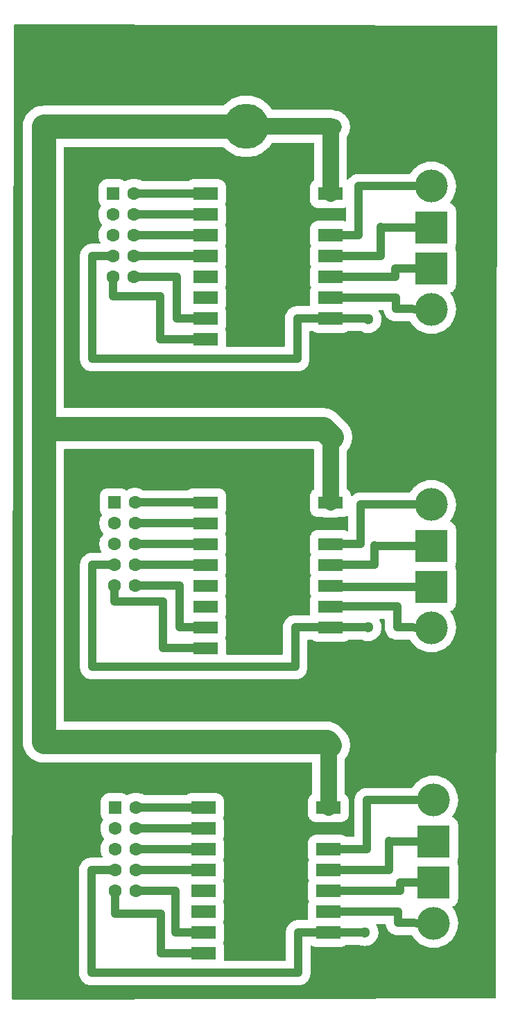
<source format=gbl>
G04 Layer: BottomLayer*
G04 EasyEDA v6.5.5, 2022-06-01 21:54:51*
G04 4b561e4e07bb45b19b9d071735fb3a1a,c96cdaf6a0e44fa3bb1e134f2b5c86cb,10*
G04 Gerber Generator version 0.2*
G04 Scale: 100 percent, Rotated: No, Reflected: No *
G04 Dimensions in millimeters *
G04 leading zeros omitted , absolute positions ,4 integer and 5 decimal *
%FSLAX45Y45*%
%MOMM*%

%ADD11C,1.3000*%
%ADD12C,5.4991*%
%ADD13C,1.5999*%
%ADD14R,1.5080X1.5080*%
%ADD16C,4.0000*%
%ADD17R,4.0000X4.0000*%
%ADD18C,1.5240*%
%ADD19C,2.0000*%
%ADD20C,1.0000*%
%ADD21C,3.0000*%

%LPD*%
G36*
X872947Y88036D02*
G01*
X869035Y88798D01*
X865733Y91033D01*
X863498Y94335D01*
X862736Y98196D01*
X887679Y11979503D01*
X888492Y11983415D01*
X890676Y11986717D01*
X893978Y11988901D01*
X897890Y11989663D01*
X6772656Y11977420D01*
X6776516Y11976658D01*
X6779818Y11974423D01*
X6782003Y11971121D01*
X6782765Y11967260D01*
X6770319Y110439D01*
X6769557Y106527D01*
X6767322Y103276D01*
X6764070Y101041D01*
X6760159Y100279D01*
G37*

%LPC*%
G36*
X1829104Y262229D02*
G01*
X4355795Y262229D01*
X4372965Y263194D01*
X4389577Y266039D01*
X4405782Y270713D01*
X4421378Y277164D01*
X4436160Y285343D01*
X4449927Y295097D01*
X4462526Y306324D01*
X4473752Y318922D01*
X4483506Y332689D01*
X4491685Y347472D01*
X4498136Y363067D01*
X4502810Y379272D01*
X4505655Y395884D01*
X4506620Y413054D01*
X4506620Y738733D01*
X4507534Y743000D01*
X4510176Y746455D01*
X4513986Y748538D01*
X4518355Y748792D01*
X4522419Y747217D01*
X4524146Y746048D01*
X4535932Y740206D01*
X4548378Y735990D01*
X4561281Y733399D01*
X4574743Y732536D01*
X4874056Y732536D01*
X4887518Y733399D01*
X4900422Y735990D01*
X4912868Y740206D01*
X4924653Y746048D01*
X4935575Y753313D01*
X4937506Y755040D01*
X4940604Y756869D01*
X4944211Y757529D01*
X5098084Y757529D01*
X5101793Y756869D01*
X5116931Y750925D01*
X5133898Y746302D01*
X5151323Y743508D01*
X5168900Y742543D01*
X5186476Y743508D01*
X5203901Y746302D01*
X5220868Y750925D01*
X5237276Y757326D01*
X5252923Y765454D01*
X5267604Y775208D01*
X5281168Y786434D01*
X5293461Y799084D01*
X5304332Y812901D01*
X5313680Y827836D01*
X5321350Y843686D01*
X5327345Y860298D01*
X5331510Y877366D01*
X5333847Y894842D01*
X5334355Y912469D01*
X5332933Y929995D01*
X5329682Y947318D01*
X5324602Y964184D01*
X5317744Y980440D01*
X5308854Y996442D01*
X5307584Y1000455D01*
X5308092Y1004620D01*
X5310225Y1008227D01*
X5313629Y1010666D01*
X5317693Y1011529D01*
X5416143Y1011529D01*
X5419648Y1010919D01*
X5422696Y1009142D01*
X5424982Y1006398D01*
X5426151Y1003046D01*
X5428488Y989330D01*
X5433110Y973124D01*
X5439511Y957478D01*
X5447639Y942695D01*
X5457342Y928878D01*
X5468518Y916279D01*
X5481066Y905002D01*
X5494832Y895197D01*
X5509564Y886968D01*
X5525160Y880465D01*
X5541314Y875741D01*
X5557977Y872845D01*
X5575096Y871829D01*
X5740908Y871321D01*
X5744260Y870712D01*
X5747207Y869086D01*
X5749493Y866597D01*
X5759805Y850239D01*
X5774334Y830884D01*
X5790387Y812800D01*
X5807811Y796036D01*
X5826556Y780745D01*
X5846470Y766978D01*
X5867450Y754888D01*
X5889294Y744524D01*
X5911951Y735939D01*
X5935167Y729183D01*
X5958890Y724357D01*
X5982919Y721410D01*
X6007100Y720445D01*
X6031280Y721410D01*
X6055309Y724357D01*
X6079032Y729183D01*
X6102248Y735939D01*
X6124905Y744524D01*
X6146749Y754888D01*
X6167729Y766978D01*
X6187643Y780745D01*
X6206388Y796036D01*
X6223812Y812800D01*
X6239865Y830884D01*
X6254394Y850239D01*
X6267348Y870712D01*
X6278575Y892149D01*
X6288074Y914400D01*
X6295745Y937361D01*
X6301536Y960831D01*
X6305397Y984707D01*
X6307378Y1008837D01*
X6307378Y1033068D01*
X6305397Y1057198D01*
X6301536Y1081074D01*
X6295745Y1104544D01*
X6288074Y1127506D01*
X6278575Y1149756D01*
X6267348Y1171194D01*
X6254394Y1191666D01*
X6239662Y1211224D01*
X6237681Y1214678D01*
X6237122Y1218590D01*
X6238138Y1222451D01*
X6240576Y1225600D01*
X6257340Y1233932D01*
X6268262Y1241247D01*
X6278168Y1249883D01*
X6286804Y1259789D01*
X6294120Y1270711D01*
X6299962Y1282496D01*
X6304178Y1294942D01*
X6306718Y1307846D01*
X6307632Y1321308D01*
X6307632Y1720596D01*
X6306718Y1734057D01*
X6304178Y1746961D01*
X6299962Y1759407D01*
X6296456Y1766468D01*
X6295542Y1769414D01*
X6295542Y1772513D01*
X6296456Y1775460D01*
X6299962Y1782521D01*
X6304178Y1794967D01*
X6306718Y1807819D01*
X6307632Y1821281D01*
X6307632Y2220620D01*
X6306718Y2234082D01*
X6304178Y2246934D01*
X6299962Y2259380D01*
X6294120Y2271217D01*
X6286804Y2282139D01*
X6278168Y2291994D01*
X6268262Y2300681D01*
X6257340Y2307996D01*
X6240576Y2316327D01*
X6238138Y2319477D01*
X6237122Y2323287D01*
X6237681Y2327249D01*
X6239865Y2330907D01*
X6254394Y2350262D01*
X6267348Y2370683D01*
X6278575Y2392121D01*
X6288074Y2414371D01*
X6295745Y2437333D01*
X6301536Y2460853D01*
X6305397Y2484729D01*
X6307378Y2508859D01*
X6307378Y2533040D01*
X6305397Y2557170D01*
X6301536Y2581046D01*
X6295745Y2604566D01*
X6288074Y2627528D01*
X6278575Y2649778D01*
X6267348Y2671216D01*
X6254394Y2691638D01*
X6239865Y2710992D01*
X6223812Y2729128D01*
X6206388Y2745892D01*
X6187643Y2761183D01*
X6167729Y2774950D01*
X6146749Y2787040D01*
X6124905Y2797403D01*
X6102248Y2805988D01*
X6079032Y2812694D01*
X6055309Y2817571D01*
X6031280Y2820466D01*
X6007100Y2821432D01*
X5982919Y2820466D01*
X5958890Y2817571D01*
X5935167Y2812694D01*
X5911951Y2805988D01*
X5889294Y2797403D01*
X5867450Y2787040D01*
X5846470Y2774950D01*
X5826556Y2761183D01*
X5807811Y2745892D01*
X5790387Y2729128D01*
X5774334Y2710992D01*
X5759805Y2691638D01*
X5750001Y2676194D01*
X5747766Y2673654D01*
X5744768Y2672029D01*
X5741416Y2671470D01*
X5194604Y2671470D01*
X5177434Y2670505D01*
X5160822Y2667660D01*
X5144617Y2662986D01*
X5129022Y2656535D01*
X5114239Y2648356D01*
X5100472Y2638602D01*
X5087874Y2627376D01*
X5076647Y2614777D01*
X5066893Y2601010D01*
X5058714Y2586228D01*
X5052263Y2570632D01*
X5047589Y2554427D01*
X5044744Y2537815D01*
X5043779Y2520645D01*
X5043779Y2084730D01*
X5043017Y2080818D01*
X5040833Y2077516D01*
X5037531Y2075332D01*
X5033619Y2074570D01*
X4944211Y2074570D01*
X4940604Y2075230D01*
X4937506Y2077059D01*
X4935575Y2078786D01*
X4924653Y2086051D01*
X4912868Y2091893D01*
X4900422Y2096109D01*
X4887518Y2098700D01*
X4874056Y2099564D01*
X4574743Y2099564D01*
X4561281Y2098700D01*
X4548378Y2096109D01*
X4535932Y2091893D01*
X4524146Y2086051D01*
X4513224Y2078786D01*
X4503369Y2070100D01*
X4494682Y2060244D01*
X4487367Y2049272D01*
X4481576Y2037486D01*
X4477359Y2025040D01*
X4474768Y2012188D01*
X4473905Y1998725D01*
X4473905Y1849374D01*
X4474768Y1835912D01*
X4477359Y1823059D01*
X4481576Y1810613D01*
X4486046Y1801520D01*
X4486960Y1798574D01*
X4486960Y1795525D01*
X4486046Y1792579D01*
X4481576Y1783486D01*
X4477359Y1771040D01*
X4474768Y1758188D01*
X4473905Y1744725D01*
X4473905Y1595374D01*
X4474768Y1581912D01*
X4477359Y1569059D01*
X4481576Y1556613D01*
X4486046Y1547520D01*
X4486960Y1544574D01*
X4486960Y1541526D01*
X4486046Y1538579D01*
X4481576Y1529486D01*
X4477359Y1517040D01*
X4474768Y1504188D01*
X4473905Y1490726D01*
X4473905Y1341374D01*
X4474768Y1327912D01*
X4477359Y1315059D01*
X4481576Y1302613D01*
X4486046Y1293520D01*
X4486960Y1290574D01*
X4486960Y1287526D01*
X4486046Y1284579D01*
X4481576Y1275486D01*
X4477359Y1263040D01*
X4474768Y1250188D01*
X4473905Y1236726D01*
X4473905Y1087374D01*
X4474768Y1073912D01*
X4475429Y1070711D01*
X4475327Y1066241D01*
X4473295Y1062278D01*
X4469790Y1059535D01*
X4465472Y1058570D01*
X4356404Y1058570D01*
X4339234Y1057605D01*
X4322622Y1054760D01*
X4306417Y1050086D01*
X4290822Y1043635D01*
X4276039Y1035456D01*
X4262272Y1025702D01*
X4249674Y1014476D01*
X4238447Y1001877D01*
X4228693Y988110D01*
X4220514Y973328D01*
X4214063Y957732D01*
X4209389Y941527D01*
X4206544Y924915D01*
X4205579Y907745D01*
X4205579Y573430D01*
X4204817Y569518D01*
X4202633Y566216D01*
X4199331Y564032D01*
X4195419Y563270D01*
X3460699Y563270D01*
X3456635Y564083D01*
X3453282Y566470D01*
X3451148Y569976D01*
X3450539Y574090D01*
X3450894Y579374D01*
X3450894Y728726D01*
X3450031Y742188D01*
X3447440Y755040D01*
X3443224Y767486D01*
X3438753Y776579D01*
X3437839Y779526D01*
X3437839Y782574D01*
X3438753Y785520D01*
X3443224Y794613D01*
X3447440Y807059D01*
X3450031Y819912D01*
X3450894Y833374D01*
X3450894Y982726D01*
X3450031Y996187D01*
X3447440Y1009040D01*
X3443224Y1021486D01*
X3438753Y1030579D01*
X3437839Y1033526D01*
X3437839Y1036574D01*
X3438753Y1039520D01*
X3443224Y1048613D01*
X3447440Y1061059D01*
X3450031Y1073912D01*
X3450894Y1087374D01*
X3450894Y1236726D01*
X3450031Y1250188D01*
X3447440Y1263040D01*
X3443224Y1275486D01*
X3438753Y1284579D01*
X3437839Y1287526D01*
X3437839Y1290574D01*
X3438753Y1293520D01*
X3443224Y1302613D01*
X3447440Y1315059D01*
X3450031Y1327912D01*
X3450894Y1341374D01*
X3450894Y1490726D01*
X3450031Y1504188D01*
X3447440Y1517040D01*
X3443224Y1529486D01*
X3438753Y1538579D01*
X3437839Y1541526D01*
X3437839Y1544574D01*
X3438753Y1547520D01*
X3443224Y1556613D01*
X3447440Y1569059D01*
X3450031Y1581912D01*
X3450894Y1595374D01*
X3450894Y1744725D01*
X3450031Y1758188D01*
X3447440Y1771040D01*
X3443224Y1783486D01*
X3438753Y1792579D01*
X3437839Y1795525D01*
X3437839Y1798574D01*
X3438753Y1801520D01*
X3443224Y1810613D01*
X3447440Y1823059D01*
X3450031Y1835912D01*
X3450894Y1849374D01*
X3450894Y1998725D01*
X3450031Y2012188D01*
X3447440Y2025040D01*
X3443224Y2037486D01*
X3438753Y2046579D01*
X3437839Y2049525D01*
X3437839Y2052574D01*
X3438753Y2055520D01*
X3443224Y2064613D01*
X3447440Y2077059D01*
X3450031Y2089912D01*
X3450894Y2103374D01*
X3450894Y2252726D01*
X3450031Y2266188D01*
X3447440Y2279040D01*
X3443224Y2291486D01*
X3438753Y2300579D01*
X3437839Y2303526D01*
X3437839Y2306574D01*
X3438753Y2309520D01*
X3443224Y2318613D01*
X3447440Y2331059D01*
X3450031Y2343912D01*
X3450894Y2357374D01*
X3450894Y2506726D01*
X3450031Y2520188D01*
X3447440Y2533040D01*
X3443224Y2545486D01*
X3437432Y2557272D01*
X3430117Y2568244D01*
X3421430Y2578100D01*
X3411575Y2586786D01*
X3400653Y2594051D01*
X3388868Y2599893D01*
X3376422Y2604109D01*
X3363518Y2606700D01*
X3350056Y2607564D01*
X3050743Y2607564D01*
X3037281Y2606700D01*
X3024378Y2604109D01*
X3011932Y2599893D01*
X3000146Y2594051D01*
X2989224Y2586786D01*
X2987294Y2585059D01*
X2984195Y2583230D01*
X2980588Y2582570D01*
X2477109Y2582570D01*
X2474264Y2582976D01*
X2471623Y2584145D01*
X2463800Y2589123D01*
X2447188Y2597454D01*
X2429814Y2604008D01*
X2411831Y2608732D01*
X2393442Y2611577D01*
X2374900Y2612542D01*
X2356358Y2611577D01*
X2337968Y2608732D01*
X2319985Y2604008D01*
X2302611Y2597454D01*
X2286000Y2589123D01*
X2274620Y2581859D01*
X2270556Y2580386D01*
X2266238Y2580741D01*
X2262428Y2582824D01*
X2257450Y2587193D01*
X2246528Y2594457D01*
X2234742Y2600299D01*
X2222296Y2604516D01*
X2209393Y2607056D01*
X2195982Y2607970D01*
X2045817Y2607970D01*
X2032406Y2607056D01*
X2019503Y2604516D01*
X2007057Y2600299D01*
X1995271Y2594457D01*
X1984349Y2587193D01*
X1974443Y2578506D01*
X1965756Y2568600D01*
X1958492Y2557678D01*
X1952650Y2545892D01*
X1948434Y2533446D01*
X1945893Y2520543D01*
X1944979Y2507132D01*
X1944979Y2356967D01*
X1945893Y2343556D01*
X1948434Y2330653D01*
X1952650Y2318207D01*
X1958492Y2306421D01*
X1965756Y2295499D01*
X1970176Y2290470D01*
X1972310Y2286609D01*
X1972564Y2282190D01*
X1970938Y2278075D01*
X1966163Y2270963D01*
X1957425Y2254554D01*
X1950415Y2237333D01*
X1945233Y2219502D01*
X1941880Y2201214D01*
X1940458Y2182672D01*
X1940966Y2164130D01*
X1943354Y2145690D01*
X1947621Y2127605D01*
X1953717Y2110028D01*
X1961591Y2093214D01*
X1971141Y2077313D01*
X1982317Y2062429D01*
X1986381Y2058009D01*
X1988362Y2054961D01*
X1989074Y2051354D01*
X1988515Y2047798D01*
X1986737Y2044598D01*
X1976526Y2032406D01*
X1966163Y2016963D01*
X1957425Y2000554D01*
X1950415Y1983333D01*
X1945233Y1965502D01*
X1941880Y1947214D01*
X1940458Y1928672D01*
X1940966Y1910130D01*
X1943354Y1891690D01*
X1947621Y1873605D01*
X1953717Y1856028D01*
X1961591Y1839214D01*
X1963572Y1835962D01*
X1964943Y1831898D01*
X1964537Y1827682D01*
X1962454Y1823974D01*
X1959000Y1821434D01*
X1954834Y1820570D01*
X1829104Y1820570D01*
X1811934Y1819605D01*
X1795322Y1816760D01*
X1779117Y1812086D01*
X1763522Y1805635D01*
X1748739Y1797456D01*
X1734972Y1787702D01*
X1722374Y1776475D01*
X1711147Y1763877D01*
X1701393Y1750110D01*
X1693214Y1735328D01*
X1686763Y1719732D01*
X1682089Y1703527D01*
X1679244Y1686915D01*
X1678279Y1669745D01*
X1678279Y413054D01*
X1679244Y395884D01*
X1682089Y379272D01*
X1686763Y363067D01*
X1693214Y347472D01*
X1701393Y332689D01*
X1711147Y318922D01*
X1722374Y306324D01*
X1734972Y295097D01*
X1748739Y285343D01*
X1763522Y277164D01*
X1779117Y270713D01*
X1795322Y266039D01*
X1811934Y263194D01*
G37*
G36*
X4724400Y2231542D02*
G01*
X4744059Y2232507D01*
X4763516Y2235403D01*
X4782616Y2240178D01*
X4801108Y2246833D01*
X4819548Y2255570D01*
X4823917Y2256536D01*
X4874056Y2256536D01*
X4887518Y2257399D01*
X4900422Y2259990D01*
X4912868Y2264206D01*
X4924653Y2270048D01*
X4935575Y2277313D01*
X4945430Y2286000D01*
X4954117Y2295855D01*
X4961432Y2306828D01*
X4967224Y2318613D01*
X4971440Y2331059D01*
X4974031Y2343912D01*
X4974894Y2357374D01*
X4974894Y2506726D01*
X4974031Y2520188D01*
X4971440Y2533040D01*
X4967224Y2545486D01*
X4961432Y2557272D01*
X4954117Y2568244D01*
X4945430Y2578100D01*
X4935575Y2586786D01*
X4929428Y2590901D01*
X4926990Y2593136D01*
X4925466Y2596083D01*
X4924907Y2599334D01*
X4924907Y3024632D01*
X4925618Y3028289D01*
X4927600Y3031490D01*
X4928971Y3033014D01*
X4942281Y3050387D01*
X4954016Y3068777D01*
X4964125Y3088182D01*
X4972507Y3108350D01*
X4979060Y3129229D01*
X4983784Y3150565D01*
X4986629Y3172206D01*
X4987594Y3194050D01*
X4986629Y3215894D01*
X4983784Y3237534D01*
X4979060Y3258870D01*
X4972507Y3279749D01*
X4964125Y3299917D01*
X4954016Y3319322D01*
X4942281Y3337712D01*
X4928971Y3355086D01*
X4914087Y3371342D01*
X4876292Y3409137D01*
X4860036Y3424021D01*
X4842662Y3437331D01*
X4824272Y3449065D01*
X4804867Y3459175D01*
X4784699Y3467557D01*
X4763820Y3474110D01*
X4742484Y3478834D01*
X4720844Y3481679D01*
X4698796Y3482644D01*
X1505254Y3482644D01*
X1501394Y3483406D01*
X1498092Y3485642D01*
X1495856Y3488944D01*
X1495094Y3492804D01*
X1495094Y6795719D01*
X1495856Y6799630D01*
X1498092Y6802932D01*
X1501394Y6805117D01*
X1505254Y6805879D01*
X4539132Y6805879D01*
X4543044Y6805117D01*
X4546295Y6802932D01*
X4548530Y6799630D01*
X4549292Y6795719D01*
X4549292Y6320434D01*
X4548733Y6317183D01*
X4547209Y6314236D01*
X4544771Y6312001D01*
X4538624Y6307886D01*
X4528769Y6299200D01*
X4520082Y6289344D01*
X4512767Y6278372D01*
X4506976Y6266586D01*
X4502759Y6254140D01*
X4500168Y6241288D01*
X4499305Y6227826D01*
X4499305Y6078474D01*
X4500168Y6065012D01*
X4502759Y6052159D01*
X4506976Y6039713D01*
X4512767Y6027928D01*
X4520082Y6016955D01*
X4528769Y6007100D01*
X4538624Y5998413D01*
X4549546Y5991148D01*
X4561332Y5985306D01*
X4573778Y5981090D01*
X4586681Y5978499D01*
X4600143Y5977636D01*
X4650282Y5977636D01*
X4654651Y5976670D01*
X4673092Y5967933D01*
X4691583Y5961278D01*
X4710684Y5956503D01*
X4730140Y5953607D01*
X4749800Y5952642D01*
X4769459Y5953607D01*
X4788916Y5956503D01*
X4808016Y5961278D01*
X4826508Y5967933D01*
X4844948Y5976670D01*
X4849317Y5977636D01*
X4899456Y5977636D01*
X4912918Y5978499D01*
X4925822Y5981090D01*
X4938268Y5985306D01*
X4950053Y5991148D01*
X4951780Y5992317D01*
X4955844Y5993892D01*
X4960213Y5993638D01*
X4964023Y5991555D01*
X4966665Y5988100D01*
X4967579Y5983833D01*
X4967579Y5814466D01*
X4966665Y5810199D01*
X4964023Y5806744D01*
X4960213Y5804662D01*
X4955844Y5804408D01*
X4951780Y5805982D01*
X4950053Y5807151D01*
X4938268Y5812993D01*
X4925822Y5817209D01*
X4912918Y5819800D01*
X4899456Y5820664D01*
X4600143Y5820664D01*
X4586681Y5819800D01*
X4573778Y5817209D01*
X4561332Y5812993D01*
X4549546Y5807151D01*
X4538624Y5799886D01*
X4528769Y5791200D01*
X4520082Y5781344D01*
X4512767Y5770372D01*
X4506976Y5758586D01*
X4502759Y5746140D01*
X4500168Y5733288D01*
X4499305Y5719826D01*
X4499305Y5570474D01*
X4500168Y5557012D01*
X4502759Y5544159D01*
X4506976Y5531713D01*
X4511446Y5522620D01*
X4512360Y5519674D01*
X4512360Y5516626D01*
X4511446Y5513679D01*
X4506976Y5504586D01*
X4502759Y5492140D01*
X4500168Y5479288D01*
X4499305Y5465826D01*
X4499305Y5316474D01*
X4500168Y5303012D01*
X4502759Y5290159D01*
X4506976Y5277713D01*
X4511446Y5268620D01*
X4512360Y5265674D01*
X4512360Y5262626D01*
X4511446Y5259679D01*
X4506976Y5250586D01*
X4502759Y5238140D01*
X4500168Y5225288D01*
X4499305Y5211826D01*
X4499305Y5062474D01*
X4500168Y5049012D01*
X4502759Y5036159D01*
X4506976Y5023713D01*
X4511446Y5014620D01*
X4512360Y5011674D01*
X4512360Y5008626D01*
X4511446Y5005679D01*
X4506976Y4996586D01*
X4502759Y4984140D01*
X4500168Y4971288D01*
X4499305Y4957826D01*
X4499305Y4808474D01*
X4500168Y4795012D01*
X4500829Y4791811D01*
X4500727Y4787341D01*
X4498695Y4783378D01*
X4495190Y4780635D01*
X4490872Y4779670D01*
X4318304Y4779670D01*
X4301134Y4778705D01*
X4284522Y4775860D01*
X4268317Y4771186D01*
X4252722Y4764735D01*
X4237939Y4756556D01*
X4224172Y4746802D01*
X4211574Y4735576D01*
X4200347Y4722977D01*
X4190593Y4709210D01*
X4182414Y4694428D01*
X4175963Y4678832D01*
X4171289Y4662627D01*
X4168444Y4646015D01*
X4167479Y4628845D01*
X4167479Y4307230D01*
X4166717Y4303318D01*
X4164533Y4300016D01*
X4161231Y4297832D01*
X4157319Y4297070D01*
X3486454Y4297070D01*
X3482594Y4297832D01*
X3479292Y4300016D01*
X3477056Y4303318D01*
X3476294Y4307230D01*
X3476294Y4449826D01*
X3475431Y4463288D01*
X3472840Y4476140D01*
X3468624Y4488586D01*
X3464153Y4497679D01*
X3463239Y4500626D01*
X3463239Y4503674D01*
X3464153Y4506620D01*
X3468624Y4515713D01*
X3472840Y4528159D01*
X3475431Y4541012D01*
X3476294Y4554474D01*
X3476294Y4703826D01*
X3475431Y4717288D01*
X3472840Y4730140D01*
X3468624Y4742586D01*
X3464153Y4751679D01*
X3463239Y4754626D01*
X3463239Y4757674D01*
X3464153Y4760620D01*
X3468624Y4769713D01*
X3472840Y4782159D01*
X3475431Y4795012D01*
X3476294Y4808474D01*
X3476294Y4957826D01*
X3475431Y4971288D01*
X3472840Y4984140D01*
X3468624Y4996586D01*
X3464153Y5005679D01*
X3463239Y5008626D01*
X3463239Y5011674D01*
X3464153Y5014620D01*
X3468624Y5023713D01*
X3472840Y5036159D01*
X3475431Y5049012D01*
X3476294Y5062474D01*
X3476294Y5211826D01*
X3475431Y5225288D01*
X3472840Y5238140D01*
X3468624Y5250586D01*
X3464153Y5259679D01*
X3463239Y5262626D01*
X3463239Y5265674D01*
X3464153Y5268620D01*
X3468624Y5277713D01*
X3472840Y5290159D01*
X3475431Y5303012D01*
X3476294Y5316474D01*
X3476294Y5465826D01*
X3475431Y5479288D01*
X3472840Y5492140D01*
X3468624Y5504586D01*
X3464153Y5513679D01*
X3463239Y5516626D01*
X3463239Y5519674D01*
X3464153Y5522620D01*
X3468624Y5531713D01*
X3472840Y5544159D01*
X3475431Y5557012D01*
X3476294Y5570474D01*
X3476294Y5719826D01*
X3475431Y5733288D01*
X3472840Y5746140D01*
X3468624Y5758586D01*
X3464153Y5767679D01*
X3463239Y5770626D01*
X3463239Y5773674D01*
X3464153Y5776620D01*
X3468624Y5785713D01*
X3472840Y5798159D01*
X3475431Y5811012D01*
X3476294Y5824474D01*
X3476294Y5973826D01*
X3475431Y5987288D01*
X3472840Y6000140D01*
X3468624Y6012586D01*
X3464153Y6021679D01*
X3463239Y6024626D01*
X3463239Y6027674D01*
X3464153Y6030620D01*
X3468624Y6039713D01*
X3472840Y6052159D01*
X3475431Y6065012D01*
X3476294Y6078474D01*
X3476294Y6227826D01*
X3475431Y6241288D01*
X3472840Y6254140D01*
X3468624Y6266586D01*
X3462832Y6278372D01*
X3455517Y6289344D01*
X3446830Y6299200D01*
X3436975Y6307886D01*
X3426053Y6315151D01*
X3414268Y6320993D01*
X3401822Y6325209D01*
X3388918Y6327800D01*
X3375456Y6328664D01*
X3076143Y6328664D01*
X3062681Y6327800D01*
X3049778Y6325209D01*
X3037332Y6320993D01*
X3025546Y6315151D01*
X3014624Y6307886D01*
X3012694Y6306159D01*
X3009595Y6304330D01*
X3005988Y6303670D01*
X2464409Y6303670D01*
X2461564Y6304076D01*
X2458923Y6305245D01*
X2451100Y6310223D01*
X2434488Y6318554D01*
X2417114Y6325108D01*
X2399131Y6329832D01*
X2380742Y6332677D01*
X2362200Y6333642D01*
X2343658Y6332677D01*
X2325268Y6329832D01*
X2307285Y6325108D01*
X2289911Y6318554D01*
X2273300Y6310223D01*
X2261920Y6302959D01*
X2257856Y6301486D01*
X2253538Y6301841D01*
X2249728Y6303924D01*
X2244750Y6308293D01*
X2233828Y6315557D01*
X2222042Y6321399D01*
X2209596Y6325616D01*
X2196693Y6328156D01*
X2183282Y6329070D01*
X2033117Y6329070D01*
X2019706Y6328156D01*
X2006803Y6325616D01*
X1994357Y6321399D01*
X1982571Y6315557D01*
X1971649Y6308293D01*
X1961743Y6299606D01*
X1953056Y6289700D01*
X1945792Y6278778D01*
X1939950Y6266992D01*
X1935734Y6254546D01*
X1933193Y6241643D01*
X1932279Y6228232D01*
X1932279Y6078067D01*
X1933193Y6064656D01*
X1935734Y6051753D01*
X1939950Y6039307D01*
X1945792Y6027521D01*
X1953056Y6016599D01*
X1957476Y6011570D01*
X1959610Y6007709D01*
X1959864Y6003290D01*
X1958238Y5999175D01*
X1953463Y5992063D01*
X1944725Y5975654D01*
X1937715Y5958433D01*
X1932533Y5940602D01*
X1929180Y5922314D01*
X1927758Y5903772D01*
X1928266Y5885230D01*
X1930654Y5866790D01*
X1934921Y5848705D01*
X1941017Y5831128D01*
X1948891Y5814314D01*
X1958441Y5798413D01*
X1969617Y5783529D01*
X1973681Y5779109D01*
X1975662Y5776061D01*
X1976374Y5772454D01*
X1975815Y5768898D01*
X1974037Y5765698D01*
X1963826Y5753506D01*
X1953463Y5738063D01*
X1944725Y5721654D01*
X1937715Y5704433D01*
X1932533Y5686602D01*
X1929180Y5668314D01*
X1927758Y5649772D01*
X1928266Y5631230D01*
X1930654Y5612790D01*
X1934921Y5594705D01*
X1941017Y5577128D01*
X1948891Y5560314D01*
X1950872Y5557062D01*
X1952243Y5552998D01*
X1951837Y5548782D01*
X1949754Y5545074D01*
X1946300Y5542534D01*
X1942134Y5541670D01*
X1841804Y5541670D01*
X1824634Y5540705D01*
X1808022Y5537860D01*
X1791817Y5533186D01*
X1776222Y5526735D01*
X1761439Y5518556D01*
X1747672Y5508802D01*
X1735074Y5497576D01*
X1723847Y5484977D01*
X1714093Y5471210D01*
X1705914Y5456428D01*
X1699463Y5440832D01*
X1694789Y5424627D01*
X1691944Y5408015D01*
X1690979Y5390845D01*
X1690979Y4146854D01*
X1691944Y4129684D01*
X1694789Y4113072D01*
X1699463Y4096867D01*
X1705914Y4081272D01*
X1714093Y4066489D01*
X1723847Y4052722D01*
X1735074Y4040124D01*
X1747672Y4028897D01*
X1761439Y4019143D01*
X1776222Y4010964D01*
X1791817Y4004513D01*
X1808022Y3999839D01*
X1824634Y3996994D01*
X1841804Y3996029D01*
X4317695Y3996029D01*
X4334865Y3996994D01*
X4351477Y3999839D01*
X4367682Y4004513D01*
X4383278Y4010964D01*
X4398060Y4019143D01*
X4411827Y4028897D01*
X4424426Y4040124D01*
X4435652Y4052722D01*
X4445406Y4066489D01*
X4453585Y4081272D01*
X4460036Y4096867D01*
X4464710Y4113072D01*
X4467555Y4129684D01*
X4468520Y4146854D01*
X4468520Y4468469D01*
X4469282Y4472381D01*
X4471466Y4475683D01*
X4474768Y4477867D01*
X4478680Y4478629D01*
X4529988Y4478629D01*
X4533595Y4477969D01*
X4536694Y4476140D01*
X4538624Y4474413D01*
X4549546Y4467148D01*
X4561332Y4461306D01*
X4573778Y4457090D01*
X4586681Y4454499D01*
X4600143Y4453636D01*
X4899456Y4453636D01*
X4912918Y4454499D01*
X4925822Y4457090D01*
X4938268Y4461306D01*
X4950053Y4467148D01*
X4960975Y4474413D01*
X4962906Y4476140D01*
X4966004Y4477969D01*
X4969611Y4478629D01*
X5136184Y4478629D01*
X5139893Y4477969D01*
X5155031Y4472025D01*
X5171998Y4467402D01*
X5189423Y4464608D01*
X5207000Y4463643D01*
X5224576Y4464608D01*
X5242001Y4467402D01*
X5258968Y4472025D01*
X5275376Y4478426D01*
X5291023Y4486554D01*
X5305704Y4496308D01*
X5319268Y4507534D01*
X5331561Y4520184D01*
X5342432Y4534001D01*
X5351780Y4548936D01*
X5359450Y4564786D01*
X5365445Y4581398D01*
X5369610Y4598466D01*
X5371947Y4615942D01*
X5372455Y4633569D01*
X5371033Y4651095D01*
X5367782Y4668418D01*
X5362702Y4685284D01*
X5355844Y4701540D01*
X5346954Y4717542D01*
X5345684Y4721555D01*
X5346192Y4725720D01*
X5348325Y4729327D01*
X5351729Y4731766D01*
X5355793Y4732629D01*
X5401919Y4732629D01*
X5405831Y4731867D01*
X5409133Y4729683D01*
X5411317Y4726381D01*
X5412079Y4722469D01*
X5412079Y4629404D01*
X5412994Y4612792D01*
X5415788Y4596130D01*
X5420410Y4579924D01*
X5426811Y4564329D01*
X5434888Y4549495D01*
X5444642Y4535728D01*
X5455818Y4523079D01*
X5468366Y4511802D01*
X5482132Y4501997D01*
X5496864Y4493768D01*
X5512409Y4487265D01*
X5528614Y4482541D01*
X5545277Y4479645D01*
X5562396Y4478629D01*
X5715508Y4478121D01*
X5718810Y4477562D01*
X5721807Y4475937D01*
X5724042Y4473397D01*
X5734405Y4457039D01*
X5748934Y4437684D01*
X5764987Y4419600D01*
X5782411Y4402836D01*
X5801156Y4387545D01*
X5821070Y4373778D01*
X5842050Y4361688D01*
X5863894Y4351324D01*
X5886551Y4342739D01*
X5909767Y4335983D01*
X5933490Y4331157D01*
X5957519Y4328210D01*
X5981700Y4327245D01*
X6005880Y4328210D01*
X6029909Y4331157D01*
X6053632Y4335983D01*
X6076848Y4342739D01*
X6099505Y4351324D01*
X6121349Y4361688D01*
X6142329Y4373778D01*
X6162243Y4387545D01*
X6180988Y4402836D01*
X6198412Y4419600D01*
X6214465Y4437684D01*
X6228994Y4457039D01*
X6241948Y4477512D01*
X6253175Y4498949D01*
X6262674Y4521200D01*
X6270345Y4544161D01*
X6276136Y4567631D01*
X6279997Y4591507D01*
X6281978Y4615637D01*
X6281978Y4639868D01*
X6279997Y4663998D01*
X6276136Y4687874D01*
X6270345Y4711344D01*
X6262674Y4734306D01*
X6253175Y4756556D01*
X6241948Y4777994D01*
X6228994Y4798466D01*
X6214262Y4818024D01*
X6212281Y4821478D01*
X6211722Y4825390D01*
X6212738Y4829251D01*
X6215176Y4832400D01*
X6231940Y4840732D01*
X6242862Y4848047D01*
X6252768Y4856683D01*
X6261404Y4866589D01*
X6268720Y4877511D01*
X6274562Y4889296D01*
X6278778Y4901742D01*
X6281318Y4914646D01*
X6282232Y4928108D01*
X6282232Y5327396D01*
X6281318Y5340858D01*
X6278778Y5353761D01*
X6274562Y5366207D01*
X6271056Y5373268D01*
X6270142Y5376214D01*
X6270142Y5379313D01*
X6271056Y5382260D01*
X6274562Y5389321D01*
X6278778Y5401767D01*
X6281318Y5414619D01*
X6282232Y5428081D01*
X6282232Y5827420D01*
X6281318Y5840882D01*
X6278778Y5853734D01*
X6274562Y5866180D01*
X6268720Y5878017D01*
X6261404Y5888939D01*
X6252768Y5898794D01*
X6242862Y5907481D01*
X6231940Y5914796D01*
X6215176Y5923127D01*
X6212738Y5926277D01*
X6211722Y5930087D01*
X6212281Y5934049D01*
X6214465Y5937707D01*
X6228994Y5957062D01*
X6241948Y5977483D01*
X6253175Y5998921D01*
X6262674Y6021171D01*
X6270345Y6044133D01*
X6276136Y6067653D01*
X6279997Y6091529D01*
X6281978Y6115659D01*
X6281978Y6139840D01*
X6279997Y6163970D01*
X6276136Y6187846D01*
X6270345Y6211366D01*
X6262674Y6234328D01*
X6253175Y6256578D01*
X6241948Y6278016D01*
X6228994Y6298438D01*
X6214465Y6317792D01*
X6198412Y6335928D01*
X6180988Y6352692D01*
X6162243Y6367983D01*
X6142329Y6381750D01*
X6121349Y6393840D01*
X6099505Y6404203D01*
X6076848Y6412788D01*
X6053632Y6419494D01*
X6029909Y6424371D01*
X6005880Y6427266D01*
X5981700Y6428232D01*
X5957519Y6427266D01*
X5933490Y6424371D01*
X5909767Y6419494D01*
X5886551Y6412788D01*
X5863894Y6404203D01*
X5842050Y6393840D01*
X5821070Y6381750D01*
X5801156Y6367983D01*
X5782411Y6352692D01*
X5764987Y6335928D01*
X5748934Y6317792D01*
X5734405Y6298438D01*
X5724601Y6282994D01*
X5722366Y6280454D01*
X5719368Y6278829D01*
X5716016Y6278270D01*
X5118404Y6278270D01*
X5101234Y6277305D01*
X5084622Y6274460D01*
X5068417Y6269786D01*
X5052822Y6263335D01*
X5038039Y6255156D01*
X5024272Y6245402D01*
X5015738Y6237782D01*
X5012080Y6235700D01*
X5007813Y6235242D01*
X5003800Y6236614D01*
X5000701Y6239459D01*
X4999024Y6243370D01*
X4996840Y6254140D01*
X4992624Y6266586D01*
X4986832Y6278372D01*
X4979517Y6289344D01*
X4970830Y6299200D01*
X4960975Y6307886D01*
X4954828Y6312001D01*
X4952390Y6314236D01*
X4950866Y6317183D01*
X4950307Y6320434D01*
X4950307Y6783831D01*
X4951018Y6787489D01*
X4953000Y6790690D01*
X4954371Y6792214D01*
X4967681Y6809587D01*
X4979416Y6828028D01*
X4989525Y6847382D01*
X4997907Y6867601D01*
X5004460Y6888429D01*
X5009184Y6909765D01*
X5012029Y6931406D01*
X5012994Y6953250D01*
X5012029Y6975094D01*
X5009184Y6996734D01*
X5004460Y7018070D01*
X4997907Y7038949D01*
X4989525Y7059117D01*
X4979416Y7078522D01*
X4967681Y7096912D01*
X4954371Y7114286D01*
X4939487Y7130542D01*
X4836617Y7233361D01*
X4820361Y7248296D01*
X4803038Y7261606D01*
X4784598Y7273340D01*
X4765192Y7283399D01*
X4745024Y7291781D01*
X4724196Y7298334D01*
X4702860Y7303109D01*
X4681169Y7305954D01*
X4659122Y7306919D01*
X1505254Y7306919D01*
X1501394Y7307681D01*
X1498092Y7309866D01*
X1495856Y7313168D01*
X1495094Y7317079D01*
X1495094Y10485475D01*
X1495856Y10489387D01*
X1498092Y10492689D01*
X1501394Y10494873D01*
X1505254Y10495635D01*
X3437280Y10495635D01*
X3441344Y10494772D01*
X3444748Y10492333D01*
X3453231Y10483088D01*
X3472891Y10464444D01*
X3493871Y10447274D01*
X3516020Y10431627D01*
X3539286Y10417657D01*
X3563467Y10405414D01*
X3588461Y10394899D01*
X3614115Y10386263D01*
X3640378Y10379456D01*
X3667048Y10374630D01*
X3694023Y10371683D01*
X3721100Y10370718D01*
X3748176Y10371683D01*
X3775151Y10374630D01*
X3801821Y10379456D01*
X3828084Y10386263D01*
X3853738Y10394899D01*
X3878732Y10405414D01*
X3902913Y10417657D01*
X3926179Y10431627D01*
X3948328Y10447274D01*
X3969308Y10464444D01*
X3988968Y10483088D01*
X4007256Y10503103D01*
X4024071Y10524388D01*
X4035450Y10541203D01*
X4037736Y10543590D01*
X4040632Y10545114D01*
X4043883Y10545622D01*
X4539132Y10545622D01*
X4543044Y10544860D01*
X4546295Y10542676D01*
X4548530Y10539374D01*
X4549292Y10535462D01*
X4549292Y10092334D01*
X4548733Y10089083D01*
X4547209Y10086136D01*
X4544771Y10083901D01*
X4538624Y10079786D01*
X4528769Y10071100D01*
X4520082Y10061244D01*
X4512767Y10050272D01*
X4506976Y10038486D01*
X4502759Y10026040D01*
X4500168Y10013188D01*
X4499305Y9999726D01*
X4499305Y9850374D01*
X4500168Y9836912D01*
X4502759Y9824059D01*
X4506976Y9811613D01*
X4512767Y9799828D01*
X4520082Y9788855D01*
X4528769Y9779000D01*
X4538624Y9770313D01*
X4549546Y9763048D01*
X4561332Y9757206D01*
X4573778Y9752990D01*
X4586681Y9750399D01*
X4600143Y9749536D01*
X4650282Y9749536D01*
X4654651Y9748570D01*
X4673092Y9739833D01*
X4691583Y9733178D01*
X4710684Y9728403D01*
X4730140Y9725507D01*
X4749800Y9724542D01*
X4769459Y9725507D01*
X4788916Y9728403D01*
X4808016Y9733178D01*
X4826508Y9739833D01*
X4844948Y9748570D01*
X4849317Y9749536D01*
X4899456Y9749536D01*
X4912918Y9750399D01*
X4925822Y9752990D01*
X4928768Y9754006D01*
X4932578Y9754514D01*
X4936286Y9753600D01*
X4939385Y9751364D01*
X4941468Y9748113D01*
X4942179Y9744354D01*
X4942179Y9597745D01*
X4941468Y9593986D01*
X4939385Y9590735D01*
X4936286Y9588500D01*
X4932578Y9587585D01*
X4928768Y9588093D01*
X4925822Y9589109D01*
X4912918Y9591700D01*
X4899456Y9592564D01*
X4600143Y9592564D01*
X4586681Y9591700D01*
X4573778Y9589109D01*
X4561332Y9584893D01*
X4549546Y9579051D01*
X4538624Y9571786D01*
X4528769Y9563100D01*
X4520082Y9553244D01*
X4512767Y9542272D01*
X4506976Y9530486D01*
X4502759Y9518040D01*
X4500168Y9505188D01*
X4499305Y9491726D01*
X4499305Y9342374D01*
X4500168Y9328912D01*
X4502759Y9316059D01*
X4506976Y9303613D01*
X4511446Y9294520D01*
X4512360Y9291574D01*
X4512360Y9288526D01*
X4511446Y9285579D01*
X4506976Y9276486D01*
X4502759Y9264040D01*
X4500168Y9251188D01*
X4499305Y9237726D01*
X4499305Y9088374D01*
X4500168Y9074912D01*
X4502759Y9062059D01*
X4506976Y9049613D01*
X4511446Y9040520D01*
X4512360Y9037574D01*
X4512360Y9034526D01*
X4511446Y9031579D01*
X4506976Y9022486D01*
X4502759Y9010040D01*
X4500168Y8997188D01*
X4499305Y8983726D01*
X4499305Y8834374D01*
X4500168Y8820912D01*
X4502759Y8808059D01*
X4506976Y8795613D01*
X4511446Y8786520D01*
X4512360Y8783574D01*
X4512360Y8780526D01*
X4511446Y8777579D01*
X4506976Y8768486D01*
X4502759Y8756040D01*
X4500168Y8743188D01*
X4499305Y8729726D01*
X4499305Y8580374D01*
X4500168Y8566912D01*
X4500829Y8563711D01*
X4500727Y8559241D01*
X4498695Y8555278D01*
X4495190Y8552535D01*
X4490872Y8551570D01*
X4343704Y8551570D01*
X4326534Y8550605D01*
X4309922Y8547760D01*
X4293717Y8543086D01*
X4278122Y8536635D01*
X4263339Y8528456D01*
X4249572Y8518702D01*
X4236974Y8507476D01*
X4225747Y8494877D01*
X4215993Y8481110D01*
X4207814Y8466328D01*
X4201363Y8450732D01*
X4196689Y8434527D01*
X4193844Y8417915D01*
X4192879Y8400745D01*
X4192879Y8066430D01*
X4192117Y8062518D01*
X4189933Y8059216D01*
X4186631Y8057032D01*
X4182719Y8056270D01*
X3486099Y8056270D01*
X3482035Y8057083D01*
X3478682Y8059470D01*
X3476548Y8062975D01*
X3475939Y8067090D01*
X3476294Y8072374D01*
X3476294Y8221725D01*
X3475431Y8235188D01*
X3472840Y8248040D01*
X3468624Y8260486D01*
X3464153Y8269579D01*
X3463239Y8272525D01*
X3463239Y8275574D01*
X3464153Y8278520D01*
X3468624Y8287613D01*
X3472840Y8300059D01*
X3475431Y8312912D01*
X3476294Y8326374D01*
X3476294Y8475726D01*
X3475431Y8489188D01*
X3472840Y8502040D01*
X3468624Y8514486D01*
X3464153Y8523579D01*
X3463239Y8526526D01*
X3463239Y8529574D01*
X3464153Y8532520D01*
X3468624Y8541613D01*
X3472840Y8554059D01*
X3475431Y8566912D01*
X3476294Y8580374D01*
X3476294Y8729726D01*
X3475431Y8743188D01*
X3472840Y8756040D01*
X3468624Y8768486D01*
X3464153Y8777579D01*
X3463239Y8780526D01*
X3463239Y8783574D01*
X3464153Y8786520D01*
X3468624Y8795613D01*
X3472840Y8808059D01*
X3475431Y8820912D01*
X3476294Y8834374D01*
X3476294Y8983726D01*
X3475431Y8997188D01*
X3472840Y9010040D01*
X3468624Y9022486D01*
X3464153Y9031579D01*
X3463239Y9034526D01*
X3463239Y9037574D01*
X3464153Y9040520D01*
X3468624Y9049613D01*
X3472840Y9062059D01*
X3475431Y9074912D01*
X3476294Y9088374D01*
X3476294Y9237726D01*
X3475431Y9251188D01*
X3472840Y9264040D01*
X3468624Y9276486D01*
X3464153Y9285579D01*
X3463239Y9288526D01*
X3463239Y9291574D01*
X3464153Y9294520D01*
X3468624Y9303613D01*
X3472840Y9316059D01*
X3475431Y9328912D01*
X3476294Y9342374D01*
X3476294Y9491726D01*
X3475431Y9505188D01*
X3472840Y9518040D01*
X3468624Y9530486D01*
X3464153Y9539579D01*
X3463239Y9542526D01*
X3463239Y9545574D01*
X3464153Y9548520D01*
X3468624Y9557613D01*
X3472840Y9570059D01*
X3475431Y9582912D01*
X3476294Y9596374D01*
X3476294Y9745726D01*
X3475431Y9759188D01*
X3472840Y9772040D01*
X3468624Y9784486D01*
X3464153Y9793579D01*
X3463239Y9796526D01*
X3463239Y9799574D01*
X3464153Y9802520D01*
X3468624Y9811613D01*
X3472840Y9824059D01*
X3475431Y9836912D01*
X3476294Y9850374D01*
X3476294Y9999726D01*
X3475431Y10013188D01*
X3472840Y10026040D01*
X3468624Y10038486D01*
X3462832Y10050272D01*
X3455517Y10061244D01*
X3446830Y10071100D01*
X3436975Y10079786D01*
X3426053Y10087051D01*
X3414268Y10092893D01*
X3401822Y10097109D01*
X3388918Y10099700D01*
X3375456Y10100564D01*
X3076143Y10100564D01*
X3062681Y10099700D01*
X3049778Y10097109D01*
X3037332Y10092893D01*
X3025546Y10087051D01*
X3014624Y10079786D01*
X3012694Y10078059D01*
X3009595Y10076230D01*
X3005988Y10075570D01*
X2451709Y10075570D01*
X2448864Y10075976D01*
X2446223Y10077145D01*
X2438400Y10082123D01*
X2421788Y10090454D01*
X2404414Y10097008D01*
X2386431Y10101732D01*
X2368042Y10104577D01*
X2349500Y10105542D01*
X2330958Y10104577D01*
X2312568Y10101732D01*
X2294585Y10097008D01*
X2277211Y10090454D01*
X2260600Y10082123D01*
X2249220Y10074859D01*
X2245156Y10073386D01*
X2240838Y10073741D01*
X2237028Y10075824D01*
X2232050Y10080193D01*
X2221128Y10087457D01*
X2209342Y10093299D01*
X2196896Y10097516D01*
X2183993Y10100056D01*
X2170582Y10100970D01*
X2020417Y10100970D01*
X2007006Y10100056D01*
X1994103Y10097516D01*
X1981657Y10093299D01*
X1969871Y10087457D01*
X1958949Y10080193D01*
X1949043Y10071506D01*
X1940356Y10061600D01*
X1933092Y10050678D01*
X1927250Y10038892D01*
X1923034Y10026446D01*
X1920493Y10013543D01*
X1919579Y10000132D01*
X1919579Y9849967D01*
X1920493Y9836556D01*
X1923034Y9823653D01*
X1927250Y9811207D01*
X1933092Y9799421D01*
X1940356Y9788499D01*
X1944776Y9783470D01*
X1946910Y9779609D01*
X1947164Y9775190D01*
X1945538Y9771075D01*
X1940763Y9763963D01*
X1932025Y9747554D01*
X1925015Y9730333D01*
X1919833Y9712502D01*
X1916480Y9694214D01*
X1915058Y9675672D01*
X1915566Y9657130D01*
X1917954Y9638690D01*
X1922221Y9620605D01*
X1928317Y9603028D01*
X1936191Y9586214D01*
X1945741Y9570313D01*
X1956917Y9555429D01*
X1960981Y9551009D01*
X1962962Y9547961D01*
X1963674Y9544354D01*
X1963115Y9540798D01*
X1961337Y9537598D01*
X1951126Y9525406D01*
X1940763Y9509963D01*
X1932025Y9493554D01*
X1925015Y9476333D01*
X1919833Y9458502D01*
X1916480Y9440214D01*
X1915058Y9421672D01*
X1915566Y9403130D01*
X1917954Y9384690D01*
X1922221Y9366605D01*
X1928317Y9349028D01*
X1936191Y9332214D01*
X1938172Y9328962D01*
X1939543Y9324898D01*
X1939137Y9320682D01*
X1937054Y9316974D01*
X1933600Y9314434D01*
X1929434Y9313570D01*
X1841804Y9313570D01*
X1824634Y9312605D01*
X1808022Y9309760D01*
X1791817Y9305086D01*
X1776222Y9298635D01*
X1761439Y9290456D01*
X1747672Y9280702D01*
X1735074Y9269476D01*
X1723847Y9256877D01*
X1714093Y9243110D01*
X1705914Y9228328D01*
X1699463Y9212732D01*
X1694789Y9196527D01*
X1691944Y9179915D01*
X1690979Y9162745D01*
X1690979Y7906054D01*
X1691944Y7888884D01*
X1694789Y7872272D01*
X1699463Y7856067D01*
X1705914Y7840472D01*
X1714093Y7825689D01*
X1723847Y7811922D01*
X1735074Y7799324D01*
X1747672Y7788097D01*
X1761439Y7778343D01*
X1776222Y7770164D01*
X1791817Y7763713D01*
X1808022Y7759039D01*
X1824634Y7756194D01*
X1841804Y7755229D01*
X4343095Y7755229D01*
X4360265Y7756194D01*
X4376877Y7759039D01*
X4393082Y7763713D01*
X4408678Y7770164D01*
X4423460Y7778343D01*
X4437227Y7788097D01*
X4449826Y7799324D01*
X4461052Y7811922D01*
X4470806Y7825689D01*
X4478985Y7840472D01*
X4485436Y7856067D01*
X4490110Y7872272D01*
X4492955Y7888884D01*
X4493920Y7906054D01*
X4493920Y8240369D01*
X4494682Y8244281D01*
X4496866Y8247583D01*
X4500168Y8249767D01*
X4504080Y8250529D01*
X4529988Y8250529D01*
X4533595Y8249869D01*
X4536694Y8248040D01*
X4538624Y8246313D01*
X4549546Y8239048D01*
X4561332Y8233206D01*
X4573778Y8228990D01*
X4586681Y8226399D01*
X4600143Y8225536D01*
X4899456Y8225536D01*
X4912918Y8226399D01*
X4925822Y8228990D01*
X4938268Y8233206D01*
X4950053Y8239048D01*
X4960975Y8246313D01*
X4962906Y8248040D01*
X4966004Y8249869D01*
X4969611Y8250529D01*
X5112715Y8250529D01*
X5115661Y8250123D01*
X5118354Y8248853D01*
X5122976Y8245754D01*
X5138623Y8237626D01*
X5155031Y8231225D01*
X5171998Y8226602D01*
X5189423Y8223808D01*
X5207000Y8222843D01*
X5224576Y8223808D01*
X5242001Y8226602D01*
X5258968Y8231225D01*
X5275376Y8237626D01*
X5291023Y8245754D01*
X5305704Y8255508D01*
X5319268Y8266734D01*
X5331561Y8279384D01*
X5342432Y8293201D01*
X5351780Y8308136D01*
X5359450Y8323986D01*
X5365445Y8340598D01*
X5369610Y8357666D01*
X5371947Y8375142D01*
X5372455Y8392769D01*
X5371033Y8410295D01*
X5367782Y8427618D01*
X5362702Y8444484D01*
X5355844Y8460740D01*
X5347309Y8476132D01*
X5338572Y8488527D01*
X5336895Y8492591D01*
X5337098Y8497011D01*
X5339080Y8500922D01*
X5342585Y8503564D01*
X5346903Y8504529D01*
X5390743Y8504529D01*
X5394248Y8503920D01*
X5397296Y8502142D01*
X5399582Y8499398D01*
X5400751Y8496046D01*
X5403088Y8482330D01*
X5407710Y8466124D01*
X5414111Y8450478D01*
X5422239Y8435695D01*
X5431942Y8421878D01*
X5443118Y8409279D01*
X5455666Y8398002D01*
X5469432Y8388197D01*
X5484164Y8379968D01*
X5499760Y8373465D01*
X5515914Y8368741D01*
X5532577Y8365845D01*
X5549696Y8364829D01*
X5715508Y8364321D01*
X5718860Y8363712D01*
X5721807Y8362086D01*
X5724093Y8359597D01*
X5734405Y8343239D01*
X5748934Y8323884D01*
X5764987Y8305800D01*
X5782411Y8289036D01*
X5801156Y8273745D01*
X5821070Y8259978D01*
X5842050Y8247888D01*
X5863894Y8237524D01*
X5886551Y8228939D01*
X5909767Y8222183D01*
X5933490Y8217357D01*
X5957519Y8214410D01*
X5981700Y8213445D01*
X6005880Y8214410D01*
X6029909Y8217357D01*
X6053632Y8222183D01*
X6076848Y8228939D01*
X6099505Y8237524D01*
X6121349Y8247888D01*
X6142329Y8259978D01*
X6162243Y8273745D01*
X6180988Y8289036D01*
X6198412Y8305800D01*
X6214465Y8323884D01*
X6228994Y8343239D01*
X6241948Y8363712D01*
X6253175Y8385149D01*
X6262674Y8407400D01*
X6270345Y8430361D01*
X6276136Y8453831D01*
X6279997Y8477707D01*
X6281978Y8501837D01*
X6281978Y8526068D01*
X6279997Y8550198D01*
X6276136Y8574074D01*
X6270345Y8597544D01*
X6262674Y8620506D01*
X6253175Y8642756D01*
X6241948Y8664194D01*
X6228994Y8684666D01*
X6214262Y8704224D01*
X6212281Y8707678D01*
X6211722Y8711590D01*
X6212738Y8715451D01*
X6215176Y8718600D01*
X6231940Y8726932D01*
X6242862Y8734247D01*
X6252768Y8742883D01*
X6261404Y8752789D01*
X6268720Y8763711D01*
X6274562Y8775496D01*
X6278778Y8787942D01*
X6281318Y8800846D01*
X6282232Y8814308D01*
X6282232Y9213596D01*
X6281318Y9227058D01*
X6278778Y9239961D01*
X6274562Y9252407D01*
X6271056Y9259468D01*
X6270142Y9262414D01*
X6270142Y9265513D01*
X6271056Y9268460D01*
X6274562Y9275521D01*
X6278778Y9287967D01*
X6281318Y9300819D01*
X6282232Y9314281D01*
X6282232Y9713620D01*
X6281318Y9727082D01*
X6278778Y9739934D01*
X6274562Y9752380D01*
X6268720Y9764217D01*
X6261404Y9775139D01*
X6252768Y9784994D01*
X6242862Y9793681D01*
X6231940Y9800996D01*
X6215176Y9809327D01*
X6212738Y9812477D01*
X6211722Y9816287D01*
X6212281Y9820249D01*
X6214465Y9823907D01*
X6228994Y9843262D01*
X6241948Y9863683D01*
X6253175Y9885121D01*
X6262674Y9907371D01*
X6270345Y9930333D01*
X6276136Y9953853D01*
X6279997Y9977729D01*
X6281978Y10001859D01*
X6281978Y10026040D01*
X6279997Y10050170D01*
X6276136Y10074046D01*
X6270345Y10097566D01*
X6262674Y10120528D01*
X6253175Y10142778D01*
X6241948Y10164216D01*
X6228994Y10184638D01*
X6214465Y10203992D01*
X6198412Y10222128D01*
X6180988Y10238892D01*
X6162243Y10254183D01*
X6142329Y10267950D01*
X6121349Y10280040D01*
X6099505Y10290403D01*
X6076848Y10298988D01*
X6053632Y10305694D01*
X6029909Y10310571D01*
X6005880Y10313466D01*
X5981700Y10314432D01*
X5957519Y10313466D01*
X5933490Y10310571D01*
X5909767Y10305694D01*
X5886551Y10298988D01*
X5863894Y10290403D01*
X5842050Y10280040D01*
X5821070Y10267950D01*
X5801156Y10254183D01*
X5782411Y10238892D01*
X5764987Y10222128D01*
X5748934Y10203992D01*
X5734405Y10184638D01*
X5724601Y10169194D01*
X5722366Y10166654D01*
X5719368Y10165029D01*
X5716016Y10164470D01*
X5093004Y10164470D01*
X5075834Y10163505D01*
X5059222Y10160660D01*
X5043017Y10155986D01*
X5027422Y10149535D01*
X5012639Y10141356D01*
X4998872Y10131602D01*
X4986274Y10120376D01*
X4975047Y10107777D01*
X4968748Y10098938D01*
X4965649Y10096042D01*
X4961585Y10094722D01*
X4957368Y10095128D01*
X4953711Y10097211D01*
X4951171Y10100665D01*
X4950307Y10104780D01*
X4950307Y10617301D01*
X4950815Y10620502D01*
X4952288Y10623346D01*
X4954625Y10626445D01*
X4964734Y10643362D01*
X4973116Y10661142D01*
X4979771Y10679633D01*
X4984546Y10698734D01*
X4987442Y10718190D01*
X4988407Y10737850D01*
X4987442Y10757509D01*
X4984546Y10776966D01*
X4979771Y10796066D01*
X4973116Y10814558D01*
X4964734Y10832338D01*
X4954625Y10849254D01*
X4942890Y10865053D01*
X4929682Y10879632D01*
X4915103Y10892840D01*
X4899304Y10904575D01*
X4882388Y10914684D01*
X4864608Y10923066D01*
X4846116Y10929721D01*
X4827016Y10934496D01*
X4812334Y10936681D01*
X4808016Y10938002D01*
X4788916Y10942777D01*
X4769459Y10945672D01*
X4749546Y10946638D01*
X4043883Y10946638D01*
X4040530Y10947247D01*
X4037533Y10948873D01*
X4035247Y10951413D01*
X4031843Y10956848D01*
X4015841Y10978743D01*
X3998315Y10999368D01*
X3979316Y11018723D01*
X3958945Y11036655D01*
X3937355Y11053064D01*
X3914648Y11067846D01*
X3890924Y11081004D01*
X3866337Y11092383D01*
X3840987Y11101933D01*
X3814978Y11109706D01*
X3788511Y11115497D01*
X3761689Y11119408D01*
X3734663Y11121390D01*
X3707536Y11121390D01*
X3680510Y11119408D01*
X3653688Y11115497D01*
X3627221Y11109706D01*
X3601212Y11101933D01*
X3575862Y11092383D01*
X3551275Y11081004D01*
X3527551Y11067846D01*
X3504844Y11053064D01*
X3483254Y11036655D01*
X3462883Y11018723D01*
X3444189Y10999724D01*
X3440887Y10997438D01*
X3436975Y10996676D01*
X1244803Y10996676D01*
X1222756Y10995710D01*
X1201115Y10992866D01*
X1179779Y10988090D01*
X1158900Y10981537D01*
X1138732Y10973206D01*
X1119327Y10963097D01*
X1100937Y10951362D01*
X1083564Y10938052D01*
X1067460Y10923270D01*
X1052728Y10907166D01*
X1039418Y10889843D01*
X1027684Y10871403D01*
X1017574Y10851997D01*
X1009192Y10831830D01*
X1002639Y10811002D01*
X997915Y10789666D01*
X995070Y10767974D01*
X994105Y10745927D01*
X994105Y3232353D01*
X995070Y3210306D01*
X997915Y3188665D01*
X1002639Y3167329D01*
X1009192Y3146450D01*
X1017574Y3126282D01*
X1027684Y3106877D01*
X1039418Y3088487D01*
X1052728Y3071114D01*
X1067460Y3055010D01*
X1083564Y3040278D01*
X1100937Y3026968D01*
X1119327Y3015234D01*
X1138732Y3005124D01*
X1158900Y2996742D01*
X1179779Y2990189D01*
X1201115Y2985465D01*
X1222756Y2982620D01*
X1244803Y2981655D01*
X4513732Y2981655D01*
X4517644Y2980893D01*
X4520895Y2978658D01*
X4523130Y2975356D01*
X4523892Y2971495D01*
X4523892Y2599334D01*
X4523333Y2596083D01*
X4521809Y2593136D01*
X4519371Y2590901D01*
X4513224Y2586786D01*
X4503369Y2578100D01*
X4494682Y2568244D01*
X4487367Y2557272D01*
X4481576Y2545486D01*
X4477359Y2533040D01*
X4474768Y2520188D01*
X4473905Y2506726D01*
X4473905Y2357374D01*
X4474768Y2343912D01*
X4477359Y2331059D01*
X4481576Y2318613D01*
X4487367Y2306828D01*
X4494682Y2295855D01*
X4503369Y2286000D01*
X4513224Y2277313D01*
X4524146Y2270048D01*
X4535932Y2264206D01*
X4548378Y2259990D01*
X4561281Y2257399D01*
X4574743Y2256536D01*
X4624882Y2256536D01*
X4629251Y2255570D01*
X4647692Y2246833D01*
X4666183Y2240178D01*
X4685284Y2235403D01*
X4704740Y2232507D01*
G37*

%LPD*%
D19*
X4737100Y3194050D02*
G01*
X4724400Y3181350D01*
X4724400Y2432050D01*
X4762500Y6953250D02*
G01*
X4749800Y6940550D01*
X4749800Y6153150D01*
X4749800Y9925050D02*
G01*
X4749800Y10699750D01*
X4787900Y10737850D01*
X3721100Y10746153D02*
G01*
X4749800Y10746153D01*
D20*
X4749800Y8909050D02*
G01*
X5537200Y8909050D01*
X5537200Y9010650D01*
X5540499Y9013949D01*
X5981700Y9013949D01*
X4749800Y8655050D02*
G01*
X5549900Y8655050D01*
X5549900Y8515350D01*
X5981700Y8513955D01*
X4749800Y9163050D02*
G01*
X5359400Y9163050D01*
X5359400Y9518650D01*
X5364101Y9513948D01*
X5981700Y9513948D01*
X4749800Y9417050D02*
G01*
X5092700Y9417050D01*
X5092700Y10013950D01*
X5981700Y10013950D01*
X4749800Y8401050D02*
G01*
X5194300Y8401050D01*
X5207000Y8388350D01*
X4749800Y5645150D02*
G01*
X5118100Y5645150D01*
X5118100Y6127750D01*
X5981700Y6127750D01*
X4749800Y5391150D02*
G01*
X5283200Y5391150D01*
X5283200Y5632450D01*
X5287901Y5627748D01*
X5981700Y5627748D01*
X4749800Y5137150D02*
G01*
X4759200Y5127749D01*
X5981700Y5127749D01*
X4749800Y4883150D02*
G01*
X5562600Y4883150D01*
X5562600Y4629150D01*
X5981700Y4627755D01*
X4724400Y1416050D02*
G01*
X5600700Y1416050D01*
X5600700Y1517650D01*
X5603999Y1520949D01*
X6007100Y1520949D01*
X4724400Y1162050D02*
G01*
X5575300Y1162050D01*
X5575300Y1022350D01*
X6007100Y1020955D01*
X4724400Y1670050D02*
G01*
X5461000Y1670050D01*
X5461000Y2025650D01*
X5465701Y2020948D01*
X6007100Y2020948D01*
X4724400Y1924050D02*
G01*
X5194300Y1924050D01*
X5194300Y2520950D01*
X6007100Y2520950D01*
X4724400Y908050D02*
G01*
X5168900Y908050D01*
X3200400Y2432050D02*
G01*
X2374900Y2432050D01*
X3200400Y2178050D02*
G01*
X2374900Y2178050D01*
X3200400Y1924050D02*
G01*
X2374900Y1924050D01*
X3200400Y1670050D02*
G01*
X2374900Y1670050D01*
X2374900Y1416050D02*
G01*
X2857500Y1416050D01*
X2857500Y908050D01*
X3200400Y908050D01*
X2120900Y1416050D02*
G01*
X2120900Y1136650D01*
X2679700Y1136650D01*
X2679700Y654050D01*
X3200400Y654050D01*
X2362200Y6153150D02*
G01*
X3225800Y6153150D01*
X2362200Y5899150D02*
G01*
X3225800Y5899150D01*
X2362200Y5645150D02*
G01*
X3225800Y5645150D01*
X2362200Y5391150D02*
G01*
X3225800Y5391150D01*
X2362200Y5137150D02*
G01*
X2908300Y5137150D01*
X2908300Y4629150D01*
X3225800Y4629150D01*
X2108200Y5137150D02*
G01*
X2108200Y4946650D01*
X2705100Y4946650D01*
X2705100Y4375150D01*
X3225800Y4375150D01*
X2349500Y9925050D02*
G01*
X3225800Y9925050D01*
X2349500Y9671050D02*
G01*
X3225800Y9671050D01*
X2349500Y9417050D02*
G01*
X3225800Y9417050D01*
X2349500Y9163050D02*
G01*
X3225800Y9163050D01*
X2349500Y8909050D02*
G01*
X2870200Y8909050D01*
X2870200Y8401050D01*
X3225800Y8401050D01*
X2095500Y8909050D02*
G01*
X2095500Y8667750D01*
X2667000Y8667750D01*
X2667000Y8147050D01*
X3225800Y8147050D01*
X2095500Y9163050D02*
G01*
X1841500Y9163050D01*
X1841500Y7905750D01*
X4343400Y7905750D01*
X4343400Y8401050D01*
X4749800Y8401050D01*
X2108200Y5391150D02*
G01*
X1841500Y5391150D01*
X1841500Y4146550D01*
X4318000Y4146550D01*
X4318000Y4629150D01*
X4749800Y4629150D01*
X4749800Y4629150D02*
G01*
X5207000Y4629150D01*
X2120900Y1670050D02*
G01*
X1828800Y1670050D01*
X1828800Y412750D01*
X4356100Y412750D01*
X4356100Y908050D01*
X4724400Y908050D01*
D21*
X3721100Y10746153D02*
G01*
X1244600Y10746153D01*
X1244600Y3232150D01*
X4699000Y3232150D01*
X4737100Y3194050D01*
X1244600Y7056394D02*
G01*
X4659350Y7056394D01*
X4762500Y6953250D01*
D11*
G01*
X5207000Y7880350D03*
G01*
X5207000Y8388350D03*
G01*
X5207000Y4121150D03*
G01*
X5207000Y4629150D03*
G01*
X5168900Y400050D03*
G01*
X5168900Y908050D03*
D12*
G01*
X3721100Y11466144D03*
G01*
X3721100Y10746155D03*
D13*
G01*
X2095500Y8909050D03*
G01*
X2095500Y9163050D03*
G01*
X2349500Y9925050D03*
G01*
X2349500Y9671050D03*
G01*
X2349500Y9417050D03*
G01*
X2349500Y9163050D03*
G01*
X2349500Y8909050D03*
G01*
X2095500Y9671050D03*
G01*
X2095500Y9417050D03*
D14*
G01*
X2095500Y9925050D03*
D13*
G01*
X2108200Y5137150D03*
G01*
X2108200Y5391150D03*
G01*
X2362200Y6153150D03*
G01*
X2362200Y5899150D03*
G01*
X2362200Y5645150D03*
G01*
X2362200Y5391150D03*
G01*
X2362200Y5137150D03*
G01*
X2108200Y5899150D03*
G01*
X2108200Y5645150D03*
D14*
G01*
X2108200Y6153150D03*
D13*
G01*
X2120900Y1416050D03*
G01*
X2120900Y1670050D03*
G01*
X2374900Y2432050D03*
G01*
X2374900Y2178050D03*
G01*
X2374900Y1924050D03*
G01*
X2374900Y1670050D03*
G01*
X2374900Y1416050D03*
G01*
X2120900Y2178050D03*
G01*
X2120900Y1924050D03*
D14*
G01*
X2120900Y2432050D03*
G36*
X3075800Y8222051D02*
G01*
X3375799Y8222051D01*
X3375799Y8072048D01*
X3075800Y8072048D01*
G37*
G36*
X3075800Y8476051D02*
G01*
X3375799Y8476051D01*
X3375799Y8326048D01*
X3075800Y8326048D01*
G37*
G36*
X3075800Y8730051D02*
G01*
X3375799Y8730051D01*
X3375799Y8580048D01*
X3075800Y8580048D01*
G37*
G36*
X3075800Y8984051D02*
G01*
X3375799Y8984051D01*
X3375799Y8834048D01*
X3075800Y8834048D01*
G37*
G36*
X3075800Y9238051D02*
G01*
X3375799Y9238051D01*
X3375799Y9088048D01*
X3075800Y9088048D01*
G37*
G36*
X3075800Y9492051D02*
G01*
X3375799Y9492051D01*
X3375799Y9342048D01*
X3075800Y9342048D01*
G37*
G36*
X3075800Y9746051D02*
G01*
X3375799Y9746051D01*
X3375799Y9596048D01*
X3075800Y9596048D01*
G37*
G36*
X3075800Y10000051D02*
G01*
X3375799Y10000051D01*
X3375799Y9850048D01*
X3075800Y9850048D01*
G37*
G36*
X4599800Y10000051D02*
G01*
X4899799Y10000051D01*
X4899799Y9850048D01*
X4599800Y9850048D01*
G37*
G36*
X4599800Y9746051D02*
G01*
X4899799Y9746051D01*
X4899799Y9596048D01*
X4599800Y9596048D01*
G37*
G36*
X4599800Y9492051D02*
G01*
X4899799Y9492051D01*
X4899799Y9342048D01*
X4599800Y9342048D01*
G37*
G36*
X4599800Y9238051D02*
G01*
X4899799Y9238051D01*
X4899799Y9088048D01*
X4599800Y9088048D01*
G37*
G36*
X4599800Y8984051D02*
G01*
X4899799Y8984051D01*
X4899799Y8834048D01*
X4599800Y8834048D01*
G37*
G36*
X4599800Y8730051D02*
G01*
X4899799Y8730051D01*
X4899799Y8580048D01*
X4599800Y8580048D01*
G37*
G36*
X4599800Y8476051D02*
G01*
X4899799Y8476051D01*
X4899799Y8326048D01*
X4599800Y8326048D01*
G37*
G36*
X4599800Y8222051D02*
G01*
X4899799Y8222051D01*
X4899799Y8072048D01*
X4599800Y8072048D01*
G37*
G36*
X3075800Y4450151D02*
G01*
X3375799Y4450151D01*
X3375799Y4300148D01*
X3075800Y4300148D01*
G37*
G36*
X3075800Y4704151D02*
G01*
X3375799Y4704151D01*
X3375799Y4554148D01*
X3075800Y4554148D01*
G37*
G36*
X3075800Y4958151D02*
G01*
X3375799Y4958151D01*
X3375799Y4808148D01*
X3075800Y4808148D01*
G37*
G36*
X3075800Y5212151D02*
G01*
X3375799Y5212151D01*
X3375799Y5062148D01*
X3075800Y5062148D01*
G37*
G36*
X3075800Y5466151D02*
G01*
X3375799Y5466151D01*
X3375799Y5316148D01*
X3075800Y5316148D01*
G37*
G36*
X3075800Y5720151D02*
G01*
X3375799Y5720151D01*
X3375799Y5570148D01*
X3075800Y5570148D01*
G37*
G36*
X3075800Y5974151D02*
G01*
X3375799Y5974151D01*
X3375799Y5824148D01*
X3075800Y5824148D01*
G37*
G36*
X3075800Y6228151D02*
G01*
X3375799Y6228151D01*
X3375799Y6078148D01*
X3075800Y6078148D01*
G37*
G36*
X4599800Y6228151D02*
G01*
X4899799Y6228151D01*
X4899799Y6078148D01*
X4599800Y6078148D01*
G37*
G36*
X4599800Y5974151D02*
G01*
X4899799Y5974151D01*
X4899799Y5824148D01*
X4599800Y5824148D01*
G37*
G36*
X4599800Y5720151D02*
G01*
X4899799Y5720151D01*
X4899799Y5570148D01*
X4599800Y5570148D01*
G37*
G36*
X4599800Y5466151D02*
G01*
X4899799Y5466151D01*
X4899799Y5316148D01*
X4599800Y5316148D01*
G37*
G36*
X4599800Y5212151D02*
G01*
X4899799Y5212151D01*
X4899799Y5062148D01*
X4599800Y5062148D01*
G37*
G36*
X4599800Y4958151D02*
G01*
X4899799Y4958151D01*
X4899799Y4808148D01*
X4599800Y4808148D01*
G37*
G36*
X4599800Y4704151D02*
G01*
X4899799Y4704151D01*
X4899799Y4554148D01*
X4599800Y4554148D01*
G37*
G36*
X4599800Y4450151D02*
G01*
X4899799Y4450151D01*
X4899799Y4300148D01*
X4599800Y4300148D01*
G37*
G36*
X3050400Y729051D02*
G01*
X3350399Y729051D01*
X3350399Y579048D01*
X3050400Y579048D01*
G37*
G36*
X3050400Y983051D02*
G01*
X3350399Y983051D01*
X3350399Y833048D01*
X3050400Y833048D01*
G37*
G36*
X3050400Y1237051D02*
G01*
X3350399Y1237051D01*
X3350399Y1087048D01*
X3050400Y1087048D01*
G37*
G36*
X3050400Y1491051D02*
G01*
X3350399Y1491051D01*
X3350399Y1341048D01*
X3050400Y1341048D01*
G37*
G36*
X3050400Y1745051D02*
G01*
X3350399Y1745051D01*
X3350399Y1595048D01*
X3050400Y1595048D01*
G37*
G36*
X3050400Y1999051D02*
G01*
X3350399Y1999051D01*
X3350399Y1849048D01*
X3050400Y1849048D01*
G37*
G36*
X3050400Y2253051D02*
G01*
X3350399Y2253051D01*
X3350399Y2103048D01*
X3050400Y2103048D01*
G37*
G36*
X3050400Y2507051D02*
G01*
X3350399Y2507051D01*
X3350399Y2357048D01*
X3050400Y2357048D01*
G37*
G36*
X4574400Y2507051D02*
G01*
X4874399Y2507051D01*
X4874399Y2357048D01*
X4574400Y2357048D01*
G37*
G36*
X4574400Y2253051D02*
G01*
X4874399Y2253051D01*
X4874399Y2103048D01*
X4574400Y2103048D01*
G37*
G36*
X4574400Y1999051D02*
G01*
X4874399Y1999051D01*
X4874399Y1849048D01*
X4574400Y1849048D01*
G37*
G36*
X4574400Y1745051D02*
G01*
X4874399Y1745051D01*
X4874399Y1595048D01*
X4574400Y1595048D01*
G37*
G36*
X4574400Y1491051D02*
G01*
X4874399Y1491051D01*
X4874399Y1341048D01*
X4574400Y1341048D01*
G37*
G36*
X4574400Y1237051D02*
G01*
X4874399Y1237051D01*
X4874399Y1087048D01*
X4574400Y1087048D01*
G37*
G36*
X4574400Y983051D02*
G01*
X4874399Y983051D01*
X4874399Y833048D01*
X4574400Y833048D01*
G37*
G36*
X4574400Y729051D02*
G01*
X4874399Y729051D01*
X4874399Y579048D01*
X4574400Y579048D01*
G37*
D16*
G01*
X5981700Y10013950D03*
D17*
G01*
X5981700Y9513951D03*
G01*
X5981700Y9013952D03*
D16*
G01*
X5981700Y8513953D03*
G01*
X5981700Y6127750D03*
D17*
G01*
X5981700Y5627751D03*
G01*
X5981700Y5127752D03*
D16*
G01*
X5981700Y4627753D03*
G01*
X6007100Y2520950D03*
D17*
G01*
X6007100Y2020951D03*
G01*
X6007100Y1520952D03*
D16*
G01*
X6007100Y1020953D03*
D18*
G01*
X4787900Y10737850D03*
G01*
X5295900Y10737850D03*
G01*
X4762500Y6953250D03*
G01*
X5270500Y6953250D03*
G01*
X4737100Y3194050D03*
G01*
X5245100Y3194050D03*
M02*

</source>
